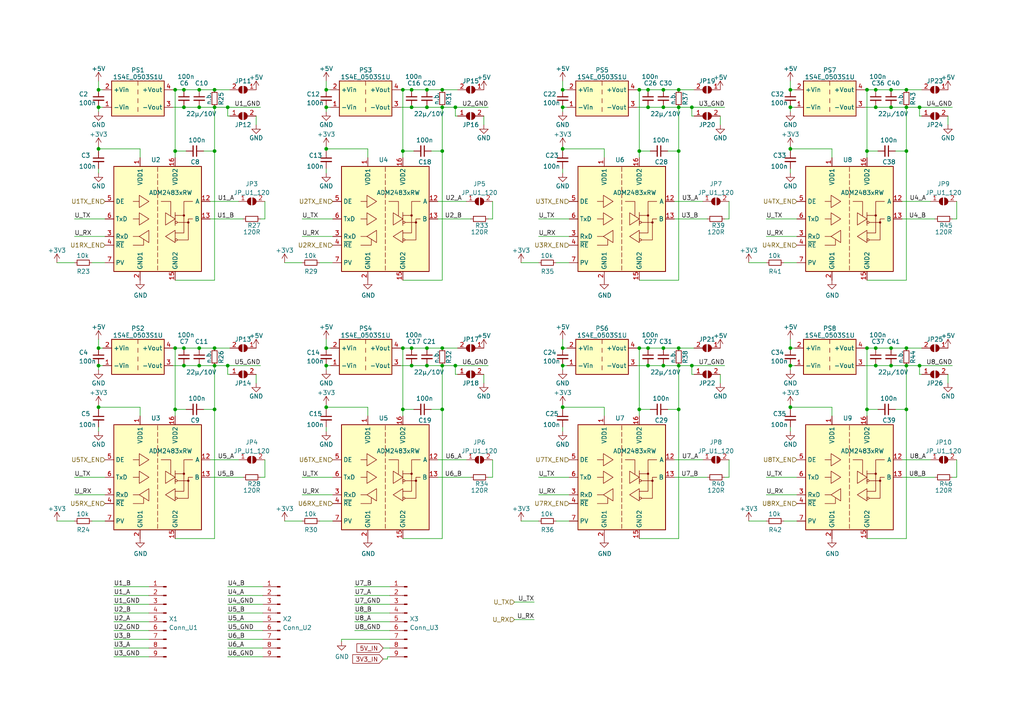
<source format=kicad_sch>
(kicad_sch (version 20211123) (generator eeschema)
  (paper "A4")
  (title_block (title "BSC serial extension") (date "2023-03-28") (rev "1.0"))
  (lib_symbols
    (symbol "Connector:Conn_01x09_Male" (pin_names (offset 1.016) hide)
      (property "Reference" "J" (at 0 12.7 0))
      (property "Value" "Conn_01x09_Male" (at 0 -12.7 0))
      (symbol "Conn_01x09_Male_1_1"
        (pin passive line (at 5.08 10.16 180) (length 3.81) (name "Pin_1") (number "1"))
        (pin passive line (at 5.08 7.62 180) (length 3.81) (name "Pin_2") (number "2"))
        (pin passive line (at 5.08 5.08 180) (length 3.81) (name "Pin_3") (number "3"))
        (pin passive line (at 5.08 2.54 180) (length 3.81) (name "Pin_4") (number "4"))
        (pin passive line (at 5.08 0 180) (length 3.81) (name "Pin_5") (number "5"))
        (pin passive line (at 5.08 -2.54 180) (length 3.81) (name "Pin_6") (number "6"))
        (pin passive line (at 5.08 -5.08 180) (length 3.81) (name "Pin_7") (number "7"))
        (pin passive line (at 5.08 -7.62 180) (length 3.81) (name "Pin_8") (number "8"))
        (pin passive line (at 5.08 -10.16 180) (length 3.81) (name "Pin_9") (number "9"))
      )
    )
    (symbol "Converter_DCDC:MEE1S0303SC"
      (property "Reference" "PS" (at -7.62 6.35 0))
      (property "Value" "MEE1S0303SC" (at 1.27 6.35 0))
      (symbol "MEE1S0303SC_0_0"
        (pin power_in line (at -10.16 -2.54 0) (length 2.54) (name "-Vin") (number "1"))
        (pin power_in line (at -10.16 2.54 0) (length 2.54) (name "+Vin") (number "2"))
        (pin power_out line (at 10.16 -2.54 180) (length 2.54) (name "-Vout") (number "3"))
        (pin power_out line (at 10.16 2.54 180) (length 2.54) (name "+Vout") (number "4"))
      )
    )
    (symbol "Device:C_Small" (pin_numbers hide) (pin_names (offset 0.254) hide)
      (property "Reference" "C" (at 0.254 1.778 0))
      (property "Value" "C_Small" (at 0.254 -2.032 0))
      (symbol "C_Small_1_1"
        (pin passive line (at 0 2.54 270) (length 2.032) (name "~") (number "1"))
        (pin passive line (at 0 -2.54 90) (length 2.032) (name "~") (number "2"))
      )
    )
    (symbol "Device:R_Small" (pin_numbers hide) (pin_names (offset 0.254) hide)
      (property "Reference" "R" (at 0.762 0.508 0))
      (property "Value" "R_Small" (at 0.762 -1.016 0))
      (symbol "R_Small_1_1"
        (pin passive line (at 0 2.54 270) (length 0.762) (name "~") (number "1"))
        (pin passive line (at 0 -2.54 90) (length 0.762) (name "~") (number "2"))
      )
    )
    (symbol "Interface_UART:ADM2483xRW"
      (property "Reference" "U" (at -12.7 16.51 0))
      (property "Value" "ADM2483xRW" (at 6.35 16.51 0))
      (symbol "ADM2483xRW_1_1"
        (pin power_in line (at -5.08 17.78 270) (length 2.54) (name "VDD1") (number "1"))
        (pin no_connect line (at 7.62 -15.24 90) (length 2.54) hide (name "NC") (number "10"))
        (pin no_connect line (at 12.7 -7.62 180) (length 2.54) hide (name "NC") (number "11"))
        (pin bidirectional line (at 15.24 5.08 180) (length 2.54) (name "A") (number "12"))
        (pin bidirectional line (at 15.24 0 180) (length 2.54) (name "B") (number "13"))
        (pin no_connect line (at 12.7 7.62 180) (length 2.54) hide (name "NC") (number "14"))
        (pin power_in line (at 5.08 -17.78 90) (length 2.54) (name "GND2") (number "15"))
        (pin power_in line (at 5.08 17.78 270) (length 2.54) (name "VDD2") (number "16"))
        (pin power_in line (at -5.08 -17.78 90) (length 2.54) (name "GND1") (number "2"))
        (pin output line (at -15.24 -5.08 0) (length 2.54) (name "RxD") (number "3"))
        (pin input line (at -15.24 -7.62 0) (length 2.54) (name "~{RE}") (number "4"))
        (pin input line (at -15.24 5.08 0) (length 2.54) (name "DE") (number "5"))
        (pin input line (at -15.24 0 0) (length 2.54) (name "TxD") (number "6"))
        (pin input line (at -15.24 -12.7 0) (length 2.54) (name "PV") (number "7"))
        (pin passive line (at -5.08 -17.78 90) (length 2.54) hide (name "GND1") (number "8"))
        (pin passive line (at 5.08 -17.78 90) (length 2.54) hide (name "GND2") (number "9"))
      )
    )
    (symbol "Jumper:SolderJumper_2_Open" (pin_names (offset 0) hide)
      (property "Reference" "JP" (at 0 2.032 0))
      (property "Value" "SolderJumper_2_Open" (at 0 -2.54 0))
      (symbol "SolderJumper_2_Open_1_1"
        (pin passive line (at -3.81 0 0) (length 2.54) (name "A") (number "1"))
        (pin passive line (at 3.81 0 180) (length 2.54) (name "B") (number "2"))
      )
    )
    (symbol "power:+3V3" (power) (pin_names (offset 0))
      (property "Value" "+3V3" (at 0 3.556 0))
      (symbol "+3V3_1_1"
        (pin power_in line (at 0 0 90) (length 0) hide (name "+3V3") (number "1"))
      )
    )
    (symbol "power:+5V" (power) (pin_names (offset 0))
      (property "Value" "+5V" (at 0 3.556 0))
      (symbol "+5V_1_1"
        (pin power_in line (at 0 0 90) (length 0) hide (name "+5V") (number "1"))
      )
    )
    (symbol "power:GND" (power) (pin_names (offset 0))
      (property "Value" "GND" (at 0 -3.81 0))
      (symbol "GND_1_1"
        (pin power_in line (at 0 0 270) (length 0) hide (name "GND") (number "1"))
      )
    )
  )
  (junction (at 262.89 106.045))
  (junction (at 57.785 106.045))
  (junction (at 50.8 43.815))
  (junction (at 123.825 26.035))
  (junction (at 62.23 106.045))
  (junction (at 254 31.115))
  (junction (at 116.84 118.745))
  (junction (at 185.42 100.965))
  (junction (at 251.46 100.965))
  (junction (at 128.27 43.815))
  (junction (at 266.7 31.115))
  (junction (at 53.34 100.965))
  (junction (at 62.23 43.815))
  (junction (at 229.235 43.18))
  (junction (at 258.445 31.115))
  (junction (at 28.575 31.115))
  (junction (at 28.575 100.965))
  (junction (at 57.785 26.035))
  (junction (at 128.27 106.045))
  (junction (at 28.575 26.035))
  (junction (at 28.575 118.11))
  (junction (at 94.615 43.18))
  (junction (at 62.23 26.035))
  (junction (at 66.04 106.045))
  (junction (at 123.825 106.045))
  (junction (at 116.84 100.965))
  (junction (at 200.66 31.115))
  (junction (at 132.08 31.115))
  (junction (at 94.615 100.965))
  (junction (at 187.96 100.965))
  (junction (at 196.85 26.035))
  (junction (at 262.89 31.115))
  (junction (at 123.825 100.965))
  (junction (at 50.8 100.965))
  (junction (at 128.27 100.965))
  (junction (at 229.235 31.115))
  (junction (at 94.615 31.115))
  (junction (at 196.85 43.815))
  (junction (at 196.85 106.045))
  (junction (at 62.23 31.115))
  (junction (at 258.445 106.045))
  (junction (at 262.89 118.745))
  (junction (at 196.85 31.115))
  (junction (at 163.195 106.045))
  (junction (at 262.89 100.965))
  (junction (at 119.38 31.115))
  (junction (at 187.96 26.035))
  (junction (at 62.23 100.965))
  (junction (at 185.42 43.815))
  (junction (at 28.575 106.045))
  (junction (at 132.08 106.045))
  (junction (at 53.34 31.115))
  (junction (at 185.42 118.745))
  (junction (at 128.27 118.745))
  (junction (at 254 26.035))
  (junction (at 94.615 26.035))
  (junction (at 251.46 43.815))
  (junction (at 116.84 26.035))
  (junction (at 192.405 106.045))
  (junction (at 192.405 31.115))
  (junction (at 128.27 31.115))
  (junction (at 229.235 100.965))
  (junction (at 123.825 31.115))
  (junction (at 57.785 31.115))
  (junction (at 94.615 106.045))
  (junction (at 258.445 100.965))
  (junction (at 196.85 118.745))
  (junction (at 119.38 106.045))
  (junction (at 192.405 100.965))
  (junction (at 119.38 26.035))
  (junction (at 94.615 118.11))
  (junction (at 163.195 118.11))
  (junction (at 163.195 26.035))
  (junction (at 262.89 43.815))
  (junction (at 187.96 106.045))
  (junction (at 53.34 26.035))
  (junction (at 200.66 106.045))
  (junction (at 62.23 118.745))
  (junction (at 187.96 31.115))
  (junction (at 229.235 106.045))
  (junction (at 163.195 43.18))
  (junction (at 254 106.045))
  (junction (at 50.8 118.745))
  (junction (at 196.85 100.965))
  (junction (at 192.405 26.035))
  (junction (at 163.195 31.115))
  (junction (at 258.445 26.035))
  (junction (at 254 100.965))
  (junction (at 229.235 26.035))
  (junction (at 251.46 26.035))
  (junction (at 28.575 43.18))
  (junction (at 116.84 43.815))
  (junction (at 229.235 118.11))
  (junction (at 262.89 26.035))
  (junction (at 57.785 100.965))
  (junction (at 50.8 26.035))
  (junction (at 53.34 106.045))
  (junction (at 163.195 100.965))
  (junction (at 251.46 118.745))
  (junction (at 119.38 100.965))
  (junction (at 128.27 26.035))
  (junction (at 266.7 106.045))
  (junction (at 185.42 26.035))
  (junction (at 66.04 31.115))
  (wire (pts (xy 50.165 31.115) (xy 53.34 31.115)))
  (wire (pts (xy 254.635 43.815) (xy 251.46 43.815)))
  (wire (pts (xy 254 31.115) (xy 258.445 31.115)))
  (wire (pts (xy 95.885 31.115) (xy 94.615 31.115)))
  (wire (pts (xy 196.85 100.965) (xy 201.295 100.965)))
  (wire (pts (xy 200.66 31.115) (xy 210.185 31.115)))
  (wire (pts (xy 163.195 43.18) (xy 163.195 43.815)))
  (wire (pts (xy 229.235 118.11) (xy 229.235 118.745)))
  (wire (pts (xy 230.505 106.045) (xy 229.235 106.045)))
  (wire (pts (xy 156.21 68.58) (xy 165.1 68.58)))
  (wire (pts (xy 261.62 138.43) (xy 271.145 138.43)))
  (wire (pts (xy 128.27 43.815) (xy 128.27 81.28)))
  (wire (pts (xy 28.575 48.895) (xy 28.575 50.165)))
  (wire (pts (xy 99.06 186.055) (xy 99.06 185.42)))
  (wire (pts (xy 28.575 117.475) (xy 28.575 118.11)))
  (wire (pts (xy 119.38 100.965) (xy 123.825 100.965)))
  (wire (pts (xy 62.23 43.815) (xy 62.23 81.28)))
  (wire (pts (xy 28.575 123.825) (xy 28.575 125.095)))
  (wire (pts (xy 66.04 170.18) (xy 76.2 170.18)))
  (wire (pts (xy 116.205 106.045) (xy 119.38 106.045)))
  (wire (pts (xy 132.08 33.655) (xy 132.08 31.115)))
  (wire (pts (xy 251.46 118.745) (xy 251.46 120.65)))
  (wire (pts (xy 60.96 133.35) (xy 69.215 133.35)))
  (wire (pts (xy 127 138.43) (xy 136.525 138.43)))
  (wire (pts (xy 94.615 43.18) (xy 106.68 43.18)))
  (wire (pts (xy 185.42 26.035) (xy 185.42 43.815)))
  (wire (pts (xy 211.455 138.43) (xy 211.455 133.35)))
  (wire (pts (xy 75.565 138.43) (xy 76.835 138.43)))
  (wire (pts (xy 132.08 106.045) (xy 141.605 106.045)))
  (wire (pts (xy 229.235 31.115) (xy 229.235 32.385)))
  (wire (pts (xy 57.785 31.115) (xy 62.23 31.115)))
  (wire (pts (xy 163.195 43.18) (xy 175.26 43.18)))
  (wire (pts (xy 163.195 31.115) (xy 163.195 32.385)))
  (wire (pts (xy 276.225 63.5) (xy 277.495 63.5)))
  (wire (pts (xy 250.825 26.035) (xy 251.46 26.035)))
  (wire (pts (xy 200.66 108.585) (xy 200.66 106.045)))
  (wire (pts (xy 99.06 185.42) (xy 113.03 185.42)))
  (wire (pts (xy 262.89 106.045) (xy 266.7 106.045)))
  (wire (pts (xy 29.845 106.045) (xy 28.575 106.045)))
  (wire (pts (xy 66.04 31.115) (xy 75.565 31.115)))
  (wire (pts (xy 251.46 100.965) (xy 254 100.965)))
  (wire (pts (xy 141.605 63.5) (xy 142.875 63.5)))
  (wire (pts (xy 196.85 31.115) (xy 196.85 43.815)))
  (wire (pts (xy 33.02 185.42) (xy 43.18 185.42)))
  (wire (pts (xy 128.27 31.115) (xy 128.27 43.815)))
  (wire (pts (xy 254 26.035) (xy 258.445 26.035)))
  (wire (pts (xy 254 100.965) (xy 258.445 100.965)))
  (wire (pts (xy 128.27 100.965) (xy 132.715 100.965)))
  (wire (pts (xy 251.46 156.21) (xy 262.89 156.21)))
  (wire (pts (xy 28.575 100.965) (xy 29.845 100.965)))
  (wire (pts (xy 111.125 191.135) (xy 112.395 191.135)))
  (wire (pts (xy 128.27 106.045) (xy 128.27 118.745)))
  (wire (pts (xy 33.02 177.8) (xy 43.18 177.8)))
  (wire (pts (xy 66.04 182.88) (xy 76.2 182.88)))
  (wire (pts (xy 185.42 81.28) (xy 196.85 81.28)))
  (wire (pts (xy 50.165 106.045) (xy 53.34 106.045)))
  (wire (pts (xy 106.68 43.18) (xy 106.68 45.72)))
  (wire (pts (xy 94.615 23.495) (xy 94.615 26.035)))
  (wire (pts (xy 66.04 180.34) (xy 76.2 180.34)))
  (wire (pts (xy 185.42 43.815) (xy 185.42 45.72)))
  (wire (pts (xy 94.615 123.825) (xy 94.615 125.095)))
  (wire (pts (xy 62.23 106.045) (xy 62.23 118.745)))
  (wire (pts (xy 258.445 31.115) (xy 262.89 31.115)))
  (wire (pts (xy 140.335 108.585) (xy 140.335 111.125)))
  (wire (pts (xy 274.955 108.585) (xy 274.955 111.125)))
  (wire (pts (xy 50.8 156.21) (xy 62.23 156.21)))
  (wire (pts (xy 123.825 26.035) (xy 128.27 26.035)))
  (wire (pts (xy 116.205 26.035) (xy 116.84 26.035)))
  (wire (pts (xy 62.23 31.115) (xy 62.23 43.815)))
  (wire (pts (xy 149.225 179.705) (xy 154.94 179.705)))
  (wire (pts (xy 192.405 100.965) (xy 196.85 100.965)))
  (wire (pts (xy 229.235 106.045) (xy 229.235 107.315)))
  (wire (pts (xy 193.675 43.815) (xy 196.85 43.815)))
  (wire (pts (xy 193.675 118.745) (xy 196.85 118.745)))
  (wire (pts (xy 163.195 118.11) (xy 175.26 118.11)))
  (wire (pts (xy 123.825 106.045) (xy 128.27 106.045)))
  (wire (pts (xy 196.85 106.045) (xy 196.85 118.745)))
  (wire (pts (xy 163.195 42.545) (xy 163.195 43.18)))
  (wire (pts (xy 262.89 118.745) (xy 262.89 156.21)))
  (wire (pts (xy 102.87 177.8) (xy 113.03 177.8)))
  (wire (pts (xy 87.63 143.51) (xy 96.52 143.51)))
  (wire (pts (xy 66.675 108.585) (xy 66.04 108.585)))
  (wire (pts (xy 127 58.42) (xy 135.255 58.42)))
  (wire (pts (xy 87.63 68.58) (xy 96.52 68.58)))
  (wire (pts (xy 262.89 31.115) (xy 262.89 43.815)))
  (wire (pts (xy 62.23 118.745) (xy 62.23 156.21)))
  (wire (pts (xy 266.7 33.655) (xy 266.7 31.115)))
  (wire (pts (xy 261.62 58.42) (xy 269.875 58.42)))
  (wire (pts (xy 62.23 100.965) (xy 66.675 100.965)))
  (wire (pts (xy 33.02 182.88) (xy 43.18 182.88)))
  (wire (pts (xy 94.615 117.475) (xy 94.615 118.11)))
  (wire (pts (xy 106.68 118.11) (xy 106.68 120.65)))
  (wire (pts (xy 229.235 26.035) (xy 230.505 26.035)))
  (wire (pts (xy 229.235 100.965) (xy 230.505 100.965)))
  (wire (pts (xy 142.875 138.43) (xy 142.875 133.35)))
  (wire (pts (xy 175.26 118.11) (xy 175.26 120.65)))
  (wire (pts (xy 28.575 42.545) (xy 28.575 43.18)))
  (wire (pts (xy 59.055 118.745) (xy 62.23 118.745)))
  (wire (pts (xy 66.04 187.96) (xy 76.2 187.96)))
  (wire (pts (xy 62.23 26.035) (xy 66.675 26.035)))
  (wire (pts (xy 251.46 43.815) (xy 251.46 45.72)))
  (wire (pts (xy 229.235 123.825) (xy 229.235 125.095)))
  (wire (pts (xy 192.405 106.045) (xy 196.85 106.045)))
  (wire (pts (xy 94.615 48.895) (xy 94.615 50.165)))
  (wire (pts (xy 258.445 100.965) (xy 262.89 100.965)))
  (wire (pts (xy 261.62 63.5) (xy 271.145 63.5)))
  (wire (pts (xy 21.59 68.58) (xy 30.48 68.58)))
  (wire (pts (xy 196.85 26.035) (xy 201.295 26.035)))
  (wire (pts (xy 140.335 33.655) (xy 140.335 36.195)))
  (wire (pts (xy 195.58 63.5) (xy 205.105 63.5)))
  (wire (pts (xy 33.02 175.26) (xy 43.18 175.26)))
  (wire (pts (xy 196.85 106.045) (xy 200.66 106.045)))
  (wire (pts (xy 163.195 26.035) (xy 164.465 26.035)))
  (wire (pts (xy 267.335 33.655) (xy 266.7 33.655)))
  (wire (pts (xy 66.04 190.5) (xy 76.2 190.5)))
  (wire (pts (xy 217.17 151.13) (xy 222.25 151.13)))
  (wire (pts (xy 262.89 26.035) (xy 267.335 26.035)))
  (wire (pts (xy 200.66 106.045) (xy 210.185 106.045)))
  (wire (pts (xy 151.13 76.2) (xy 156.21 76.2)))
  (wire (pts (xy 82.55 151.13) (xy 87.63 151.13)))
  (wire (pts (xy 132.715 108.585) (xy 132.08 108.585)))
  (wire (pts (xy 184.785 106.045) (xy 187.96 106.045)))
  (wire (pts (xy 119.38 26.035) (xy 123.825 26.035)))
  (wire (pts (xy 266.7 31.115) (xy 276.225 31.115)))
  (wire (pts (xy 217.17 76.2) (xy 222.25 76.2)))
  (wire (pts (xy 164.465 106.045) (xy 163.195 106.045)))
  (wire (pts (xy 250.825 31.115) (xy 254 31.115)))
  (wire (pts (xy 254 106.045) (xy 258.445 106.045)))
  (wire (pts (xy 50.8 26.035) (xy 53.34 26.035)))
  (wire (pts (xy 127 133.35) (xy 135.255 133.35)))
  (wire (pts (xy 222.25 138.43) (xy 231.14 138.43)))
  (wire (pts (xy 250.825 106.045) (xy 254 106.045)))
  (wire (pts (xy 230.505 31.115) (xy 229.235 31.115)))
  (wire (pts (xy 53.34 26.035) (xy 57.785 26.035)))
  (wire (pts (xy 28.575 43.18) (xy 40.64 43.18)))
  (wire (pts (xy 76.835 138.43) (xy 76.835 133.35)))
  (wire (pts (xy 116.84 81.28) (xy 128.27 81.28)))
  (wire (pts (xy 116.84 26.035) (xy 116.84 43.815)))
  (wire (pts (xy 94.615 26.035) (xy 95.885 26.035)))
  (wire (pts (xy 128.27 26.035) (xy 132.715 26.035)))
  (wire (pts (xy 163.195 117.475) (xy 163.195 118.11)))
  (wire (pts (xy 66.04 185.42) (xy 76.2 185.42)))
  (wire (pts (xy 74.295 33.655) (xy 74.295 36.195)))
  (wire (pts (xy 132.08 31.115) (xy 141.605 31.115)))
  (wire (pts (xy 229.235 42.545) (xy 229.235 43.18)))
  (wire (pts (xy 192.405 26.035) (xy 196.85 26.035)))
  (wire (pts (xy 116.84 26.035) (xy 119.38 26.035)))
  (wire (pts (xy 222.25 143.51) (xy 231.14 143.51)))
  (wire (pts (xy 142.875 63.5) (xy 142.875 58.42)))
  (wire (pts (xy 95.885 106.045) (xy 94.615 106.045)))
  (wire (pts (xy 26.67 151.13) (xy 30.48 151.13)))
  (wire (pts (xy 262.89 106.045) (xy 262.89 118.745)))
  (wire (pts (xy 184.785 31.115) (xy 187.96 31.115)))
  (wire (pts (xy 92.71 151.13) (xy 96.52 151.13)))
  (wire (pts (xy 102.87 172.72) (xy 113.03 172.72)))
  (wire (pts (xy 267.335 108.585) (xy 266.7 108.585)))
  (wire (pts (xy 33.02 187.96) (xy 43.18 187.96)))
  (wire (pts (xy 82.55 76.2) (xy 87.63 76.2)))
  (wire (pts (xy 163.195 123.825) (xy 163.195 125.095)))
  (wire (pts (xy 188.595 43.815) (xy 185.42 43.815)))
  (wire (pts (xy 277.495 63.5) (xy 277.495 58.42)))
  (wire (pts (xy 87.63 63.5) (xy 96.52 63.5)))
  (wire (pts (xy 266.7 106.045) (xy 276.225 106.045)))
  (wire (pts (xy 57.785 100.965) (xy 62.23 100.965)))
  (wire (pts (xy 251.46 81.28) (xy 262.89 81.28)))
  (wire (pts (xy 59.055 43.815) (xy 62.23 43.815)))
  (wire (pts (xy 164.465 31.115) (xy 163.195 31.115)))
  (wire (pts (xy 40.64 118.11) (xy 40.64 120.65)))
  (wire (pts (xy 50.8 26.035) (xy 50.8 43.815)))
  (wire (pts (xy 50.165 26.035) (xy 50.8 26.035)))
  (wire (pts (xy 28.575 98.425) (xy 28.575 100.965)))
  (wire (pts (xy 262.89 31.115) (xy 266.7 31.115)))
  (wire (pts (xy 208.915 33.655) (xy 208.915 36.195)))
  (wire (pts (xy 62.23 31.115) (xy 66.04 31.115)))
  (wire (pts (xy 40.64 43.18) (xy 40.64 45.72)))
  (wire (pts (xy 185.42 118.745) (xy 185.42 120.65)))
  (wire (pts (xy 195.58 58.42) (xy 203.835 58.42)))
  (wire (pts (xy 251.46 26.035) (xy 254 26.035)))
  (wire (pts (xy 184.785 100.965) (xy 185.42 100.965)))
  (wire (pts (xy 127 63.5) (xy 136.525 63.5)))
  (wire (pts (xy 151.13 151.13) (xy 156.21 151.13)))
  (wire (pts (xy 128.27 118.745) (xy 128.27 156.21)))
  (wire (pts (xy 163.195 48.895) (xy 163.195 50.165)))
  (wire (pts (xy 250.825 100.965) (xy 251.46 100.965)))
  (wire (pts (xy 94.615 106.045) (xy 94.615 107.315)))
  (wire (pts (xy 227.33 151.13) (xy 231.14 151.13)))
  (wire (pts (xy 187.96 26.035) (xy 192.405 26.035)))
  (wire (pts (xy 116.84 100.965) (xy 119.38 100.965)))
  (wire (pts (xy 210.185 63.5) (xy 211.455 63.5)))
  (wire (pts (xy 163.195 118.11) (xy 163.195 118.745)))
  (wire (pts (xy 94.615 118.11) (xy 106.68 118.11)))
  (wire (pts (xy 74.295 108.585) (xy 74.295 111.125)))
  (wire (pts (xy 261.62 133.35) (xy 269.875 133.35)))
  (wire (pts (xy 94.615 31.115) (xy 94.615 32.385)))
  (wire (pts (xy 116.84 118.745) (xy 116.84 120.65)))
  (wire (pts (xy 16.51 151.13) (xy 21.59 151.13)))
  (wire (pts (xy 259.715 43.815) (xy 262.89 43.815)))
  (wire (pts (xy 196.85 31.115) (xy 200.66 31.115)))
  (wire (pts (xy 222.25 63.5) (xy 231.14 63.5)))
  (wire (pts (xy 229.235 23.495) (xy 229.235 26.035)))
  (wire (pts (xy 125.095 118.745) (xy 128.27 118.745)))
  (wire (pts (xy 229.235 98.425) (xy 229.235 100.965)))
  (wire (pts (xy 119.38 31.115) (xy 123.825 31.115)))
  (wire (pts (xy 28.575 118.11) (xy 40.64 118.11)))
  (wire (pts (xy 116.205 31.115) (xy 119.38 31.115)))
  (wire (pts (xy 66.675 33.655) (xy 66.04 33.655)))
  (wire (pts (xy 53.975 43.815) (xy 50.8 43.815)))
  (wire (pts (xy 116.205 100.965) (xy 116.84 100.965)))
  (wire (pts (xy 163.195 23.495) (xy 163.195 26.035)))
  (wire (pts (xy 200.66 33.655) (xy 200.66 31.115)))
  (wire (pts (xy 94.615 43.18) (xy 94.615 43.815)))
  (wire (pts (xy 92.71 76.2) (xy 96.52 76.2)))
  (wire (pts (xy 119.38 106.045) (xy 123.825 106.045)))
  (wire (pts (xy 175.26 43.18) (xy 175.26 45.72)))
  (wire (pts (xy 141.605 138.43) (xy 142.875 138.43)))
  (wire (pts (xy 201.295 108.585) (xy 200.66 108.585)))
  (wire (pts (xy 33.02 170.18) (xy 43.18 170.18)))
  (wire (pts (xy 60.96 58.42) (xy 69.215 58.42)))
  (wire (pts (xy 111.125 187.96) (xy 113.03 187.96)))
  (wire (pts (xy 53.975 118.745) (xy 50.8 118.745)))
  (wire (pts (xy 29.845 31.115) (xy 28.575 31.115)))
  (wire (pts (xy 210.185 138.43) (xy 211.455 138.43)))
  (wire (pts (xy 266.7 108.585) (xy 266.7 106.045)))
  (wire (pts (xy 76.835 63.5) (xy 76.835 58.42)))
  (wire (pts (xy 222.25 68.58) (xy 231.14 68.58)))
  (wire (pts (xy 94.615 98.425) (xy 94.615 100.965)))
  (wire (pts (xy 229.235 118.11) (xy 241.3 118.11)))
  (wire (pts (xy 196.85 118.745) (xy 196.85 156.21)))
  (wire (pts (xy 33.02 190.5) (xy 43.18 190.5)))
  (wire (pts (xy 156.21 143.51) (xy 165.1 143.51)))
  (wire (pts (xy 156.21 138.43) (xy 165.1 138.43)))
  (wire (pts (xy 60.96 138.43) (xy 70.485 138.43)))
  (wire (pts (xy 277.495 138.43) (xy 277.495 133.35)))
  (wire (pts (xy 75.565 63.5) (xy 76.835 63.5)))
  (wire (pts (xy 57.785 106.045) (xy 62.23 106.045)))
  (wire (pts (xy 28.575 23.495) (xy 28.575 26.035)))
  (wire (pts (xy 120.015 118.745) (xy 116.84 118.745)))
  (wire (pts (xy 262.89 43.815) (xy 262.89 81.28)))
  (wire (pts (xy 187.96 100.965) (xy 192.405 100.965)))
  (wire (pts (xy 163.195 98.425) (xy 163.195 100.965)))
  (wire (pts (xy 262.89 100.965) (xy 267.335 100.965)))
  (wire (pts (xy 123.825 31.115) (xy 128.27 31.115)))
  (wire (pts (xy 102.87 180.34) (xy 113.03 180.34)))
  (wire (pts (xy 21.59 63.5) (xy 30.48 63.5)))
  (wire (pts (xy 161.29 76.2) (xy 165.1 76.2)))
  (wire (pts (xy 251.46 100.965) (xy 251.46 118.745)))
  (wire (pts (xy 112.395 190.5) (xy 113.03 190.5)))
  (wire (pts (xy 128.27 106.045) (xy 132.08 106.045)))
  (wire (pts (xy 258.445 26.035) (xy 262.89 26.035)))
  (wire (pts (xy 251.46 26.035) (xy 251.46 43.815)))
  (wire (pts (xy 50.8 100.965) (xy 50.8 118.745)))
  (wire (pts (xy 195.58 138.43) (xy 205.105 138.43)))
  (wire (pts (xy 258.445 106.045) (xy 262.89 106.045)))
  (wire (pts (xy 116.84 100.965) (xy 116.84 118.745)))
  (wire (pts (xy 259.715 118.745) (xy 262.89 118.745)))
  (wire (pts (xy 241.3 118.11) (xy 241.3 120.65)))
  (wire (pts (xy 128.27 31.115) (xy 132.08 31.115)))
  (wire (pts (xy 94.615 100.965) (xy 95.885 100.965)))
  (wire (pts (xy 185.42 100.965) (xy 187.96 100.965)))
  (wire (pts (xy 227.33 76.2) (xy 231.14 76.2)))
  (wire (pts (xy 21.59 143.51) (xy 30.48 143.51)))
  (wire (pts (xy 50.8 118.745) (xy 50.8 120.65)))
  (wire (pts (xy 28.575 106.045) (xy 28.575 107.315)))
  (wire (pts (xy 112.395 191.135) (xy 112.395 190.5)))
  (wire (pts (xy 28.575 43.18) (xy 28.575 43.815)))
  (wire (pts (xy 33.02 180.34) (xy 43.18 180.34)))
  (wire (pts (xy 123.825 100.965) (xy 128.27 100.965)))
  (wire (pts (xy 195.58 133.35) (xy 203.835 133.35)))
  (wire (pts (xy 50.8 81.28) (xy 62.23 81.28)))
  (wire (pts (xy 50.8 43.815) (xy 50.8 45.72)))
  (wire (pts (xy 53.34 106.045) (xy 57.785 106.045)))
  (wire (pts (xy 94.615 118.11) (xy 94.615 118.745)))
  (wire (pts (xy 276.225 138.43) (xy 277.495 138.43)))
  (wire (pts (xy 185.42 26.035) (xy 187.96 26.035)))
  (wire (pts (xy 132.715 33.655) (xy 132.08 33.655)))
  (wire (pts (xy 116.84 156.21) (xy 128.27 156.21)))
  (wire (pts (xy 229.235 43.18) (xy 229.235 43.815)))
  (wire (pts (xy 66.04 108.585) (xy 66.04 106.045)))
  (wire (pts (xy 102.87 175.26) (xy 113.03 175.26)))
  (wire (pts (xy 28.575 118.11) (xy 28.575 118.745)))
  (wire (pts (xy 120.015 43.815) (xy 116.84 43.815)))
  (wire (pts (xy 66.04 33.655) (xy 66.04 31.115)))
  (wire (pts (xy 254.635 118.745) (xy 251.46 118.745)))
  (wire (pts (xy 102.87 170.18) (xy 113.03 170.18)))
  (wire (pts (xy 241.3 43.18) (xy 241.3 45.72)))
  (wire (pts (xy 161.29 151.13) (xy 165.1 151.13)))
  (wire (pts (xy 229.235 43.18) (xy 241.3 43.18)))
  (wire (pts (xy 62.23 106.045) (xy 66.04 106.045)))
  (wire (pts (xy 66.04 177.8) (xy 76.2 177.8)))
  (wire (pts (xy 185.42 156.21) (xy 196.85 156.21)))
  (wire (pts (xy 53.34 31.115) (xy 57.785 31.115)))
  (wire (pts (xy 208.915 108.585) (xy 208.915 111.125)))
  (wire (pts (xy 94.615 42.545) (xy 94.615 43.18)))
  (wire (pts (xy 229.235 117.475) (xy 229.235 118.11)))
  (wire (pts (xy 229.235 48.895) (xy 229.235 50.165)))
  (wire (pts (xy 66.04 175.26) (xy 76.2 175.26)))
  (wire (pts (xy 21.59 138.43) (xy 30.48 138.43)))
  (wire (pts (xy 192.405 31.115) (xy 196.85 31.115)))
  (wire (pts (xy 188.595 118.745) (xy 185.42 118.745)))
  (wire (pts (xy 185.42 100.965) (xy 185.42 118.745)))
  (wire (pts (xy 125.095 43.815) (xy 128.27 43.815)))
  (wire (pts (xy 50.165 100.965) (xy 50.8 100.965)))
  (wire (pts (xy 132.08 108.585) (xy 132.08 106.045)))
  (wire (pts (xy 102.87 182.88) (xy 113.03 182.88)))
  (wire (pts (xy 149.225 174.625) (xy 154.94 174.625)))
  (wire (pts (xy 26.67 76.2) (xy 30.48 76.2)))
  (wire (pts (xy 163.195 100.965) (xy 164.465 100.965)))
  (wire (pts (xy 66.04 106.045) (xy 75.565 106.045)))
  (wire (pts (xy 187.96 106.045) (xy 192.405 106.045)))
  (wire (pts (xy 116.84 43.815) (xy 116.84 45.72)))
  (wire (pts (xy 156.21 63.5) (xy 165.1 63.5)))
  (wire (pts (xy 163.195 106.045) (xy 163.195 107.315)))
  (wire (pts (xy 28.575 31.115) (xy 28.575 32.385)))
  (wire (pts (xy 50.8 100.965) (xy 53.34 100.965)))
  (wire (pts (xy 57.785 26.035) (xy 62.23 26.035)))
  (wire (pts (xy 196.85 43.815) (xy 196.85 81.28)))
  (wire (pts (xy 187.96 31.115) (xy 192.405 31.115)))
  (wire (pts (xy 211.455 63.5) (xy 211.455 58.42)))
  (wire (pts (xy 66.04 172.72) (xy 76.2 172.72)))
  (wire (pts (xy 33.02 172.72) (xy 43.18 172.72)))
  (wire (pts (xy 60.96 63.5) (xy 70.485 63.5)))
  (wire (pts (xy 28.575 26.035) (xy 29.845 26.035)))
  (wire (pts (xy 16.51 76.2) (xy 21.59 76.2)))
  (wire (pts (xy 184.785 26.035) (xy 185.42 26.035)))
  (wire (pts (xy 87.63 138.43) (xy 96.52 138.43)))
  (wire (pts (xy 201.295 33.655) (xy 200.66 33.655)))
  (wire (pts (xy 274.955 33.655) (xy 274.955 36.195)))
  (wire (pts (xy 53.34 100.965) (xy 57.785 100.965)))
  (label "U_RX" (at 156.21 143.51 0))
  (label "U_RX" (at 21.59 68.58 0))
  (label "U7_GND" (at 210.185 106.045 180))
  (label "U5_A" (at 66.04 180.34 0))
  (label "U8_B" (at 268.605 138.43 180))
  (label "U4_GND" (at 66.04 175.26 0))
  (label "U7_B" (at 102.87 170.18 0))
  (label "U1_B" (at 33.02 170.18 0))
  (label "U7_A" (at 102.87 172.72 0))
  (label "U_RX" (at 87.63 143.51 0))
  (label "U4_B" (at 268.605 63.5 180))
  (label "U2_GND" (at 141.605 31.115 180))
  (label "U1_B" (at 67.945 63.5 180))
  (label "U6_A" (at 133.985 133.35 180))
  (label "U_TX" (at 156.21 63.5 0))
  (label "U6_B" (at 133.985 138.43 180))
  (label "U3_GND" (at 210.185 31.115 180))
  (label "U_RX" (at 222.25 68.58 0))
  (label "U5_A" (at 67.945 133.35 180))
  (label "U2_A" (at 33.02 180.34 0))
  (label "U8_A" (at 102.87 180.34 0))
  (label "U7_B" (at 202.565 138.43 180))
  (label "U6_A" (at 66.04 187.96 0))
  (label "U7_GND" (at 102.87 175.26 0))
  (label "U5_GND" (at 66.04 182.88 0))
  (label "U_RX" (at 154.94 179.705 180))
  (label "U8_GND" (at 276.225 106.045 180))
  (label "U1_GND" (at 33.02 175.26 0))
  (label "U4_A" (at 268.605 58.42 180))
  (label "U8_A" (at 268.605 133.35 180))
  (label "U4_B" (at 66.04 170.18 0))
  (label "U_RX" (at 21.59 143.51 0))
  (label "U5_GND" (at 75.565 106.045 180))
  (label "U3_B" (at 33.02 185.42 0))
  (label "U2_B" (at 133.985 63.5 180))
  (label "U6_GND" (at 66.04 190.5 0))
  (label "U8_GND" (at 102.87 182.88 0))
  (label "U6_GND" (at 141.605 106.045 180))
  (label "U3_B" (at 202.565 63.5 180))
  (label "U_TX" (at 222.25 63.5 0))
  (label "U5_B" (at 66.04 177.8 0))
  (label "U1_A" (at 67.945 58.42 180))
  (label "U_RX" (at 87.63 68.58 0))
  (label "U7_A" (at 202.565 133.35 180))
  (label "U_TX" (at 222.25 138.43 0))
  (label "U4_GND" (at 276.225 31.115 180))
  (label "U1_A" (at 33.02 172.72 0))
  (label "U3_A" (at 202.565 58.42 180))
  (label "U_TX" (at 87.63 63.5 0))
  (label "U_TX" (at 154.94 174.625 180))
  (label "U_TX" (at 156.21 138.43 0))
  (label "U6_B" (at 66.04 185.42 0))
  (label "U_TX" (at 87.63 138.43 0))
  (label "U3_A" (at 33.02 187.96 0))
  (label "U_RX" (at 156.21 68.58 0))
  (label "U1_GND" (at 75.565 31.115 180))
  (label "U4_A" (at 66.04 172.72 0))
  (label "U2_B" (at 33.02 177.8 0))
  (label "U3_GND" (at 33.02 190.5 0))
  (label "U_TX" (at 21.59 63.5 0))
  (label "U_RX" (at 222.25 143.51 0))
  (label "U8_B" (at 102.87 177.8 0))
  (label "U2_GND" (at 33.02 182.88 0))
  (label "U2_A" (at 133.985 58.42 180))
  (label "U_TX" (at 21.59 138.43 0))
  (label "U5_B" (at 67.945 138.43 180))
  (global_label "3V3_IN" (shape input) (at 111.125 191.135 180) (property "Intersheet References" "${INTERSHEET_REFS}" (effects hide)))
  (global_label "5V_IN" (shape input) (at 111.125 187.96 180) (property "Intersheet References" "${INTERSHEET_REFS}" (effects hide)))
  (hierarchical_label "U8RX_EN" (shape input) (at 231.14 146.05 180))
  (hierarchical_label "U2RX_EN" (shape input) (at 96.52 71.12 180))
  (hierarchical_label "U7TX_EN" (shape input) (at 165.1 133.35 180))
  (hierarchical_label "U5TX_EN" (shape input) (at 30.48 133.35 180))
  (hierarchical_label "U_RX" (shape input) (at 149.225 179.705 180))
  (hierarchical_label "U1RX_EN" (shape input) (at 30.48 71.12 180))
  (hierarchical_label "U7RX_EN" (shape input) (at 165.1 146.05 180))
  (hierarchical_label "U5RX_EN" (shape input) (at 30.48 146.05 180))
  (hierarchical_label "U8TX_EN" (shape input) (at 231.14 133.35 180))
  (hierarchical_label "U6RX_EN" (shape input) (at 96.52 146.05 180))
  (hierarchical_label "U_TX" (shape input) (at 149.225 174.625 180))
  (hierarchical_label "U2TX_EN" (shape input) (at 96.52 58.42 180))
  (hierarchical_label "U4TX_EN" (shape input) (at 231.14 58.42 180))
  (hierarchical_label "U1TX_EN" (shape input) (at 30.48 58.42 180))
  (hierarchical_label "U3TX_EN" (shape input) (at 165.1 58.42 180))
  (hierarchical_label "U4RX_EN" (shape input) (at 231.14 71.12 180))
  (hierarchical_label "U3RX_EN" (shape input) (at 165.1 71.12 180))
  (hierarchical_label "U6TX_EN" (shape input) (at 96.52 133.35 180))
  (symbol (lib_id "Jumper:SolderJumper_2_Open") (at 271.145 33.655 0) (unit 1)
    (property "Reference" "JP24" (at 271.145 36.195 0))
    (property "Value" " " (effects hide))
    (property "Footprint" "Jumper:SolderJumper-2_P1.3mm_Open_RoundedPad1.0x1.5mm" (effects hide))
  )
  (symbol (lib_id "power:+3V3") (at 28.575 42.545 0) (unit 1)
    (property "Reference" "#PWR0117" (effects hide))
    (property "Value" "+3V3" (at 28.575 38.9692 0))
  )
  (symbol (lib_id "Converter_DCDC:MEE1S0303SC") (at 174.625 28.575 0) (unit 1)
    (property "Reference" "PS5" (at 174.625 20.32 0))
    (property "Value" "1S4E_0503S1U" (at 174.625 22.3321 0))
    (property "Footprint" "bsc_custom:Converter_DCDC_GAPTEC_1S4E_S1U" (effects hide))
    (property "Datasheet" "https://power.murata.com/pub/data/power/ncl/kdc_mee1.pdf" (effects hide))
  )
  (symbol (lib_id "Device:C_Small") (at 94.615 121.285 0) (unit 1)
    (property "Reference" "C15" (at 89.535 120.015 0) (effects (justify left)))
    (property "Value" "100n" (at 88.9 123.19 0) (effects (justify left)))
    (property "Footprint" "Capacitor_SMD:C_0603_1608Metric" (effects hide))
  )
  (symbol (lib_id "Interface_UART:ADM2483xRW") (at 180.34 63.5 0) (unit 1)
    (property "Reference" "U6" (at 178.435 46.355 0) (effects (justify left)))
    (property "Value" "ADM2483xRW" (at 177.8 55.88 0) (effects (justify left)))
    (property "Footprint" "Package_SO:SOIC-16W_7.5x10.3mm_P1.27mm" (effects hide))
    (property "Datasheet" "https://www.analog.com/media/en/technical-documentation/data-sheets/adm2483.pdf" (effects hide))
    (property "PartNumber" "ADM2483BRWZ-REEL" (effects hide))
    (property "LCSCStockCode" "C9637" (effects hide))
  )
  (symbol (lib_id "Device:R_Small") (at 139.065 138.43 270) (unit 1)
    (property "Reference" "R34" (at 137.795 140.335 90) (effects (justify left)))
    (property "Value" "120R" (at 136.525 142.24 90) (effects (justify left)))
    (property "Footprint" "Resistor_SMD:R_0603_1608Metric" (effects hide))
  )
  (symbol (lib_id "Device:R_Small") (at 128.27 28.575 180) (unit 1)
    (property "Reference" "R31" (at 130.175 26.67 90) (effects (justify left)))
    (property "Value" "n.b." (at 126.5863 26.7706 90) (effects (justify left)))
    (property "Footprint" "Resistor_SMD:R_0603_1608Metric" (effects hide))
  )
  (symbol (lib_id "Interface_UART:ADM2483xRW") (at 45.72 138.43 0) (unit 1)
    (property "Reference" "U3" (at 43.815 121.285 0) (effects (justify left)))
    (property "Value" "ADM2483xRW" (at 43.18 130.81 0) (effects (justify left)))
    (property "Footprint" "Package_SO:SOIC-16W_7.5x10.3mm_P1.27mm" (effects hide))
    (property "Datasheet" "https://www.analog.com/media/en/technical-documentation/data-sheets/adm2483.pdf" (effects hide))
    (property "PartNumber" "ADM2483BRWZ-REEL" (effects hide))
    (property "LCSCStockCode" "C9637" (effects hide))
  )
  (symbol (lib_id "Jumper:SolderJumper_2_Open") (at 273.685 58.42 0) (unit 1)
    (property "Reference" "JP9" (at 273.685 53.34 0))
    (property "Value" "JP_U1_120" (at 273.685 55.88 0))
    (property "Footprint" "Jumper:SolderJumper-2_P1.3mm_Open_Pad1.0x1.5mm" (effects hide))
  )
  (symbol (lib_id "power:GND") (at 40.64 81.28 0) (unit 1)
    (property "Reference" "#PWR039" (effects hide))
    (property "Value" "GND" (at 40.767 85.6742 0))
  )
  (symbol (lib_id "power:+3V3") (at 82.55 76.2 0) (unit 1)
    (property "Reference" "#PWR0107" (effects hide))
    (property "Value" "+3V3" (at 82.55 72.6242 0))
  )
  (symbol (lib_id "Device:C_Small") (at 163.195 46.355 0) (unit 1)
    (property "Reference" "C23" (at 158.115 45.085 0) (effects (justify left)))
    (property "Value" "100n" (at 157.48 48.26 0) (effects (justify left)))
    (property "Footprint" "Capacitor_SMD:C_0603_1608Metric" (effects hide))
  )
  (symbol (lib_id "power:GND") (at 229.235 125.095 0) (unit 1)
    (property "Reference" "#PWR077" (effects hide))
    (property "Value" "GND" (at 229.235 128.905 0))
  )
  (symbol (lib_id "Converter_DCDC:MEE1S0303SC") (at 106.045 28.575 0) (unit 1)
    (property "Reference" "PS3" (at 106.045 20.32 0))
    (property "Value" "1S4E_0503S1U" (at 106.045 22.3321 0))
    (property "Footprint" "bsc_custom:Converter_DCDC_GAPTEC_1S4E_S1U" (effects hide))
    (property "Datasheet" "https://power.murata.com/pub/data/power/ncl/kdc_mee1.pdf" (effects hide))
  )
  (symbol (lib_id "power:GND") (at 140.335 36.195 0) (unit 1)
    (property "Reference" "#PWR0130" (effects hide))
    (property "Value" "GND" (at 140.335 40.005 0))
  )
  (symbol (lib_id "Device:C_Small") (at 187.96 103.505 0) (unit 1)
    (property "Reference" "C27" (at 186.69 99.06 0) (effects (justify left)))
    (property "Value" "100n" (at 186.055 97.155 0) (effects (justify left)))
    (property "Footprint" "Capacitor_SMD:C_0603_1608Metric" (effects hide))
  )
  (symbol (lib_id "Jumper:SolderJumper_2_Open") (at 70.485 100.965 180) (unit 1)
    (property "Reference" "JP13" (at 70.485 98.425 0))
    (property "Value" " " (effects hide))
    (property "Footprint" "Jumper:SolderJumper-2_P1.3mm_Open_RoundedPad1.0x1.5mm" (effects hide))
  )
  (symbol (lib_id "Device:R_Small") (at 273.685 63.5 270) (unit 1)
    (property "Reference" "R45" (at 272.415 65.405 90) (effects (justify left)))
    (property "Value" "120R" (at 271.145 67.31 90) (effects (justify left)))
    (property "Footprint" "Resistor_SMD:R_0603_1608Metric" (effects hide))
  )
  (symbol (lib_id "Device:C_Small") (at 122.555 118.745 270) (unit 1)
    (property "Reference" "C19" (at 121.285 121.92 90) (effects (justify left)))
    (property "Value" "100n" (at 120.65 115.57 90) (effects (justify left)))
    (property "Footprint" "Capacitor_SMD:C_0603_1608Metric" (effects hide))
  )
  (symbol (lib_id "power:GND") (at 229.235 32.385 0) (unit 1)
    (property "Reference" "#PWR071" (effects hide))
    (property "Value" "GND" (at 229.235 36.195 0))
  )
  (symbol (lib_id "power:GND") (at 106.68 156.21 0) (unit 1)
    (property "Reference" "#PWR053" (effects hide))
    (property "Value" "GND" (at 106.807 160.6042 0))
  )
  (symbol (lib_id "Jumper:SolderJumper_2_Open") (at 205.105 108.585 0) (unit 1)
    (property "Reference" "JP22" (at 205.105 111.125 0))
    (property "Value" " " (effects hide))
    (property "Footprint" "Jumper:SolderJumper-2_P1.3mm_Open_RoundedPad1.0x1.5mm" (effects hide))
  )
  (symbol (lib_id "power:+3V3") (at 28.575 117.475 0) (unit 1)
    (property "Reference" "#PWR0111" (effects hide))
    (property "Value" "+3V3" (at 28.575 113.8992 0))
  )
  (symbol (lib_id "Device:C_Small") (at 187.96 28.575 0) (unit 1)
    (property "Reference" "C26" (at 186.69 24.13 0) (effects (justify left)))
    (property "Value" "100n" (at 186.055 22.225 0) (effects (justify left)))
    (property "Footprint" "Capacitor_SMD:C_0603_1608Metric" (effects hide))
  )
  (symbol (lib_id "Device:R_Small") (at 224.79 151.13 270) (unit 1)
    (property "Reference" "R42" (at 222.885 153.67 90) (effects (justify left)))
    (property "Value" "10k" (at 222.8123 149.0801 90) (effects (justify left)))
    (property "Footprint" "Resistor_SMD:R_0603_1608Metric" (effects hide))
  )
  (symbol (lib_id "Jumper:SolderJumper_2_Open") (at 139.065 133.35 0) (unit 1)
    (property "Reference" "JP6" (at 139.065 128.27 0))
    (property "Value" "JP_U1_120" (at 139.065 130.81 0))
    (property "Footprint" "Jumper:SolderJumper-2_P1.3mm_Open_Pad1.0x1.5mm" (effects hide))
  )
  (symbol (lib_id "Device:R_Small") (at 158.75 151.13 270) (unit 1)
    (property "Reference" "R36" (at 156.845 153.67 90) (effects (justify left)))
    (property "Value" "10k" (at 156.7723 149.0801 90) (effects (justify left)))
    (property "Footprint" "Resistor_SMD:R_0603_1608Metric" (effects hide))
  )
  (symbol (lib_id "Device:C_Small") (at 94.615 46.355 0) (unit 1)
    (property "Reference" "C13" (at 89.535 45.085 0) (effects (justify left)))
    (property "Value" "100n" (at 88.9 48.26 0) (effects (justify left)))
    (property "Footprint" "Capacitor_SMD:C_0603_1608Metric" (effects hide))
  )
  (symbol (lib_id "Jumper:SolderJumper_2_Open") (at 139.065 58.42 0) (unit 1)
    (property "Reference" "JP5" (at 139.065 53.34 0))
    (property "Value" "JP_U1_120" (at 139.065 55.88 0))
    (property "Footprint" "Jumper:SolderJumper-2_P1.3mm_Open_Pad1.0x1.5mm" (effects hide))
  )
  (symbol (lib_id "Jumper:SolderJumper_2_Open") (at 136.525 108.585 0) (unit 1)
    (property "Reference" "JP18" (at 136.525 111.125 0))
    (property "Value" " " (effects hide))
    (property "Footprint" "Jumper:SolderJumper-2_P1.3mm_Open_RoundedPad1.0x1.5mm" (effects hide))
  )
  (symbol (lib_id "power:+3V3") (at 151.13 76.2 0) (unit 1)
    (property "Reference" "#PWR0108" (effects hide))
    (property "Value" "+3V3" (at 151.13 72.6242 0))
  )
  (symbol (lib_id "Device:C_Small") (at 257.175 118.745 270) (unit 1)
    (property "Reference" "C39" (at 255.905 121.92 90) (effects (justify left)))
    (property "Value" "100n" (at 255.27 115.57 90) (effects (justify left)))
    (property "Footprint" "Capacitor_SMD:C_0603_1608Metric" (effects hide))
  )
  (symbol (lib_id "Device:C_Small") (at 163.195 121.285 0) (unit 1)
    (property "Reference" "C25" (at 158.115 120.015 0) (effects (justify left)))
    (property "Value" "100n" (at 157.48 123.19 0) (effects (justify left)))
    (property "Footprint" "Capacitor_SMD:C_0603_1608Metric" (effects hide))
  )
  (symbol (lib_id "Jumper:SolderJumper_2_Open") (at 205.105 100.965 180) (unit 1)
    (property "Reference" "JP21" (at 205.105 98.425 0))
    (property "Value" " " (effects hide))
    (property "Footprint" "Jumper:SolderJumper-2_P1.3mm_Open_RoundedPad1.0x1.5mm" (effects hide))
  )
  (symbol (lib_id "Jumper:SolderJumper_2_Open") (at 70.485 26.035 180) (unit 1)
    (property "Reference" "JP11" (at 70.485 23.495 0))
    (property "Value" " " (effects hide))
    (property "Footprint" "Jumper:SolderJumper-2_P1.3mm_Open_RoundedPad1.0x1.5mm" (effects hide))
  )
  (symbol (lib_id "power:+5V") (at 74.295 100.965 0) (unit 1)
    (property "Reference" "#PWR0128" (effects hide))
    (property "Value" "+5V" (at 74.295 97.3892 0))
  )
  (symbol (lib_id "Device:R_Small") (at 196.85 103.505 180) (unit 1)
    (property "Reference" "R38" (at 198.755 101.6 90) (effects (justify left)))
    (property "Value" "n.b." (at 195.1663 101.7006 90) (effects (justify left)))
    (property "Footprint" "Resistor_SMD:R_0603_1608Metric" (effects hide))
  )
  (symbol (lib_id "Device:C_Small") (at 229.235 28.575 0) (unit 1)
    (property "Reference" "C32" (at 223.52 27.305 0) (effects (justify left)))
    (property "Value" "100n" (at 223.52 29.845 0) (effects (justify left)))
    (property "Footprint" "Capacitor_SMD:C_0603_1608Metric" (effects hide))
  )
  (symbol (lib_id "Device:R_Small") (at 24.13 151.13 270) (unit 1)
    (property "Reference" "R24" (at 22.225 153.67 90) (effects (justify left)))
    (property "Value" "10k" (at 22.1523 149.0801 90) (effects (justify left)))
    (property "Footprint" "Resistor_SMD:R_0603_1608Metric" (effects hide))
  )
  (symbol (lib_id "Interface_UART:ADM2483xRW") (at 246.38 63.5 0) (unit 1)
    (property "Reference" "U8" (at 244.475 46.355 0) (effects (justify left)))
    (property "Value" "ADM2483xRW" (at 243.84 55.88 0) (effects (justify left)))
    (property "Footprint" "Package_SO:SOIC-16W_7.5x10.3mm_P1.27mm" (effects hide))
    (property "Datasheet" "https://www.analog.com/media/en/technical-documentation/data-sheets/adm2483.pdf" (effects hide))
    (property "PartNumber" "ADM2483BRWZ-REEL" (effects hide))
    (property "LCSCStockCode" "C9637" (effects hide))
  )
  (symbol (lib_id "power:+3V3") (at 217.17 151.13 0) (unit 1)
    (property "Reference" "#PWR0104" (effects hide))
    (property "Value" "+3V3" (at 217.17 147.5542 0))
  )
  (symbol (lib_id "Connector:Conn_01x09_Male") (at 48.26 180.34 0) (mirror y) (unit 1)
    (property "Reference" "X1" (at 48.9712 179.5053 0) (effects (justify right)))
    (property "Value" "Conn_U1" (at 48.9712 182.0422 0) (effects (justify right)))
    (property "Footprint" "Connector_Phoenix_MC:PhoenixContact_MCV_1,5_9-G-3.81_1x09_P3.81mm_Vertical" (effects hide))
  )
  (symbol (lib_id "Device:C_Small") (at 119.38 28.575 0) (unit 1)
    (property "Reference" "C16" (at 118.11 24.13 0) (effects (justify left)))
    (property "Value" "100n" (at 117.475 22.225 0) (effects (justify left)))
    (property "Footprint" "Capacitor_SMD:C_0603_1608Metric" (effects hide))
  )
  (symbol (lib_id "Device:C_Small") (at 28.575 46.355 0) (unit 1)
    (property "Reference" "C3" (at 23.495 45.085 0) (effects (justify left)))
    (property "Value" "100n" (at 22.86 48.26 0) (effects (justify left)))
    (property "Footprint" "Capacitor_SMD:C_0603_1608Metric" (effects hide))
  )
  (symbol (lib_id "power:GND") (at 229.235 50.165 0) (unit 1)
    (property "Reference" "#PWR073" (effects hide))
    (property "Value" "GND" (at 229.235 53.975 0))
  )
  (symbol (lib_id "Device:R_Small") (at 207.645 63.5 270) (unit 1)
    (property "Reference" "R39" (at 206.375 65.405 90) (effects (justify left)))
    (property "Value" "120R" (at 205.105 67.31 90) (effects (justify left)))
    (property "Footprint" "Resistor_SMD:R_0603_1608Metric" (effects hide))
  )
  (symbol (lib_id "power:GND") (at 28.575 107.315 0) (unit 1)
    (property "Reference" "#PWR036" (effects hide))
    (property "Value" "GND" (at 28.575 111.125 0))
  )
  (symbol (lib_id "Jumper:SolderJumper_2_Open") (at 73.025 133.35 0) (unit 1)
    (property "Reference" "JP4" (at 73.025 128.27 0))
    (property "Value" "JP_U1_120" (at 73.025 130.81 0))
    (property "Footprint" "Jumper:SolderJumper-2_P1.3mm_Open_Pad1.0x1.5mm" (effects hide))
  )
  (symbol (lib_id "power:GND") (at 94.615 50.165 0) (unit 1)
    (property "Reference" "#PWR046" (effects hide))
    (property "Value" "GND" (at 94.615 53.975 0))
  )
  (symbol (lib_id "Device:R_Small") (at 196.85 28.575 180) (unit 1)
    (property "Reference" "R37" (at 198.755 26.67 90) (effects (justify left)))
    (property "Value" "n.b." (at 195.1663 26.7706 90) (effects (justify left)))
    (property "Footprint" "Resistor_SMD:R_0603_1608Metric" (effects hide))
  )
  (symbol (lib_id "power:+5V") (at 28.575 23.495 0) (unit 1)
    (property "Reference" "#PWR031" (effects hide))
    (property "Value" "+5V" (at 28.575 19.9192 0))
  )
  (symbol (lib_id "power:+5V") (at 94.615 23.495 0) (unit 1)
    (property "Reference" "#PWR043" (effects hide))
    (property "Value" "+5V" (at 94.615 19.9192 0))
  )
  (symbol (lib_id "power:+3V3") (at 163.195 117.475 0) (unit 1)
    (property "Reference" "#PWR0115" (effects hide))
    (property "Value" "+3V3" (at 163.195 113.8992 0))
  )
  (symbol (lib_id "Device:R_Small") (at 158.75 76.2 270) (unit 1)
    (property "Reference" "R35" (at 156.845 78.74 90) (effects (justify left)))
    (property "Value" "10k" (at 156.7723 74.1501 90) (effects (justify left)))
    (property "Footprint" "Resistor_SMD:R_0603_1608Metric" (effects hide))
  )
  (symbol (lib_id "power:GND") (at 40.64 156.21 0) (unit 1)
    (property "Reference" "#PWR040" (effects hide))
    (property "Value" "GND" (at 40.767 160.6042 0))
  )
  (symbol (lib_id "power:+5V") (at 229.235 98.425 0) (unit 1)
    (property "Reference" "#PWR074" (effects hide))
    (property "Value" "+5V" (at 229.235 94.8492 0))
  )
  (symbol (lib_id "power:+3V3") (at 16.51 76.2 0) (unit 1)
    (property "Reference" "#PWR0109" (effects hide))
    (property "Value" "+3V3" (at 16.51 72.6242 0))
  )
  (symbol (lib_id "power:+3V3") (at 229.235 42.545 0) (unit 1)
    (property "Reference" "#PWR0114" (effects hide))
    (property "Value" "+3V3" (at 229.235 38.9692 0))
  )
  (symbol (lib_id "Jumper:SolderJumper_2_Open") (at 271.145 100.965 180) (unit 1)
    (property "Reference" "JP25" (at 271.145 98.425 0))
    (property "Value" " " (effects hide))
    (property "Footprint" "Jumper:SolderJumper-2_P1.3mm_Open_RoundedPad1.0x1.5mm" (effects hide))
  )
  (symbol (lib_id "power:+3V3") (at 16.51 151.13 0) (unit 1)
    (property "Reference" "#PWR0102" (effects hide))
    (property "Value" "+3V3" (at 16.51 147.5542 0))
  )
  (symbol (lib_id "power:+5V") (at 274.955 26.035 0) (unit 1)
    (property "Reference" "#PWR0133" (effects hide))
    (property "Value" "+5V" (at 274.955 22.4592 0))
  )
  (symbol (lib_id "Device:C_Small") (at 28.575 121.285 0) (unit 1)
    (property "Reference" "C5" (at 23.495 120.015 0) (effects (justify left)))
    (property "Value" "100n" (at 22.86 123.19 0) (effects (justify left)))
    (property "Footprint" "Capacitor_SMD:C_0603_1608Metric" (effects hide))
  )
  (symbol (lib_id "power:+5V") (at 274.955 100.965 0) (unit 1)
    (property "Reference" "#PWR0123" (effects hide))
    (property "Value" "+5V" (at 274.955 97.3892 0))
  )
  (symbol (lib_id "Device:C_Small") (at 122.555 43.815 270) (unit 1)
    (property "Reference" "C18" (at 121.285 46.99 90) (effects (justify left)))
    (property "Value" "100n" (at 120.65 40.64 90) (effects (justify left)))
    (property "Footprint" "Capacitor_SMD:C_0603_1608Metric" (effects hide))
  )
  (symbol (lib_id "Jumper:SolderJumper_2_Open") (at 273.685 133.35 0) (unit 1)
    (property "Reference" "JP10" (at 273.685 128.27 0))
    (property "Value" "JP_U1_120" (at 273.685 130.81 0))
    (property "Footprint" "Jumper:SolderJumper-2_P1.3mm_Open_Pad1.0x1.5mm" (effects hide))
  )
  (symbol (lib_id "power:+3V3") (at 82.55 151.13 0) (unit 1)
    (property "Reference" "#PWR0103" (effects hide))
    (property "Value" "+3V3" (at 82.55 147.5542 0))
  )
  (symbol (lib_id "power:GND") (at 28.575 125.095 0) (unit 1)
    (property "Reference" "#PWR038" (effects hide))
    (property "Value" "GND" (at 28.575 128.905 0))
  )
  (symbol (lib_id "power:GND") (at 28.575 50.165 0) (unit 1)
    (property "Reference" "#PWR034" (effects hide))
    (property "Value" "GND" (at 28.575 53.975 0))
  )
  (symbol (lib_id "Device:C_Small") (at 229.235 46.355 0) (unit 1)
    (property "Reference" "C33" (at 224.155 45.085 0) (effects (justify left)))
    (property "Value" "100n" (at 223.52 48.26 0) (effects (justify left)))
    (property "Footprint" "Capacitor_SMD:C_0603_1608Metric" (effects hide))
  )
  (symbol (lib_id "Device:C_Small") (at 229.235 121.285 0) (unit 1)
    (property "Reference" "C35" (at 224.155 120.015 0) (effects (justify left)))
    (property "Value" "100n" (at 223.52 123.19 0) (effects (justify left)))
    (property "Footprint" "Capacitor_SMD:C_0603_1608Metric" (effects hide))
  )
  (symbol (lib_id "power:GND") (at 140.335 111.125 0) (unit 1)
    (property "Reference" "#PWR0119" (effects hide))
    (property "Value" "GND" (at 140.335 114.935 0))
  )
  (symbol (lib_id "Device:C_Small") (at 123.825 103.505 0) (unit 1)
    (property "Reference" "C21" (at 122.555 99.06 0) (effects (justify left)))
    (property "Value" "22µ/10V" (at 120.015 107.95 0) (effects (justify left)))
    (property "Footprint" "Capacitor_SMD:C_1206_3216Metric" (effects hide))
  )
  (symbol (lib_id "power:+5V") (at 163.195 23.495 0) (unit 1)
    (property "Reference" "#PWR058" (effects hide))
    (property "Value" "+5V" (at 163.195 19.9192 0))
  )
  (symbol (lib_id "Device:C_Small") (at 254 103.505 0) (unit 1)
    (property "Reference" "C37" (at 252.73 99.06 0) (effects (justify left)))
    (property "Value" "100n" (at 252.095 97.155 0) (effects (justify left)))
    (property "Footprint" "Capacitor_SMD:C_0603_1608Metric" (effects hide))
  )
  (symbol (lib_id "Device:C_Small") (at 229.235 103.505 0) (unit 1)
    (property "Reference" "C34" (at 223.52 102.235 0) (effects (justify left)))
    (property "Value" "100n" (at 223.52 104.775 0) (effects (justify left)))
    (property "Footprint" "Capacitor_SMD:C_0603_1608Metric" (effects hide))
  )
  (symbol (lib_id "power:GND") (at 208.915 111.125 0) (unit 1)
    (property "Reference" "#PWR0122" (effects hide))
    (property "Value" "GND" (at 208.915 114.935 0))
  )
  (symbol (lib_id "power:GND") (at 74.295 111.125 0) (unit 1)
    (property "Reference" "#PWR0120" (effects hide))
    (property "Value" "GND" (at 74.295 114.935 0))
  )
  (symbol (lib_id "Device:C_Small") (at 191.135 43.815 270) (unit 1)
    (property "Reference" "C28" (at 189.865 46.99 90) (effects (justify left)))
    (property "Value" "100n" (at 189.23 40.64 90) (effects (justify left)))
    (property "Footprint" "Capacitor_SMD:C_0603_1608Metric" (effects hide))
  )
  (symbol (lib_id "Device:C_Small") (at 56.515 118.745 270) (unit 1)
    (property "Reference" "C9" (at 55.245 121.92 90) (effects (justify left)))
    (property "Value" "100n" (at 54.61 115.57 90) (effects (justify left)))
    (property "Footprint" "Capacitor_SMD:C_0603_1608Metric" (effects hide))
  )
  (symbol (lib_id "power:+3V3") (at 217.17 76.2 0) (unit 1)
    (property "Reference" "#PWR0105" (effects hide))
    (property "Value" "+3V3" (at 217.17 72.6242 0))
  )
  (symbol (lib_id "Device:C_Small") (at 123.825 28.575 0) (unit 1)
    (property "Reference" "C20" (at 122.555 24.13 0) (effects (justify left)))
    (property "Value" "22µ/10V" (at 120.015 33.02 0) (effects (justify left)))
    (property "Footprint" "Capacitor_SMD:C_1206_3216Metric" (effects hide))
  )
  (symbol (lib_id "Device:R_Small") (at 73.025 63.5 270) (unit 1)
    (property "Reference" "R27" (at 71.755 65.405 90) (effects (justify left)))
    (property "Value" "120R" (at 70.485 67.31 90) (effects (justify left)))
    (property "Footprint" "Resistor_SMD:R_0603_1608Metric" (effects hide))
  )
  (symbol (lib_id "power:+5V") (at 229.235 23.495 0) (unit 1)
    (property "Reference" "#PWR070" (effects hide))
    (property "Value" "+5V" (at 229.235 19.9192 0))
  )
  (symbol (lib_id "Interface_UART:ADM2483xRW") (at 111.76 63.5 0) (unit 1)
    (property "Reference" "U4" (at 109.855 46.355 0) (effects (justify left)))
    (property "Value" "ADM2483xRW" (at 109.22 55.88 0) (effects (justify left)))
    (property "Footprint" "Package_SO:SOIC-16W_7.5x10.3mm_P1.27mm" (effects hide))
    (property "Datasheet" "https://www.analog.com/media/en/technical-documentation/data-sheets/adm2483.pdf" (effects hide))
    (property "PartNumber" "ADM2483BRWZ-REEL" (effects hide))
    (property "LCSCStockCode" "C9637" (effects hide))
  )
  (symbol (lib_id "power:+3V3") (at 94.615 42.545 0) (unit 1)
    (property "Reference" "#PWR0116" (effects hide))
    (property "Value" "+3V3" (at 94.615 38.9692 0))
  )
  (symbol (lib_id "Device:C_Small") (at 258.445 103.505 0) (unit 1)
    (property "Reference" "C41" (at 257.175 99.06 0) (effects (justify left)))
    (property "Value" "22µ/10V" (at 254.635 107.95 0) (effects (justify left)))
    (property "Footprint" "Capacitor_SMD:C_1206_3216Metric" (effects hide))
  )
  (symbol (lib_id "power:GND") (at 163.195 125.095 0) (unit 1)
    (property "Reference" "#PWR065" (effects hide))
    (property "Value" "GND" (at 163.195 128.905 0))
  )
  (symbol (lib_id "power:GND") (at 94.615 125.095 0) (unit 1)
    (property "Reference" "#PWR050" (effects hide))
    (property "Value" "GND" (at 94.615 128.905 0))
  )
  (symbol (lib_id "power:+5V") (at 208.915 100.965 0) (unit 1)
    (property "Reference" "#PWR0121" (effects hide))
    (property "Value" "+5V" (at 208.915 97.3892 0))
  )
  (symbol (lib_id "power:GND") (at 274.955 36.195 0) (unit 1)
    (property "Reference" "#PWR0134" (effects hide))
    (property "Value" "GND" (at 274.955 40.005 0))
  )
  (symbol (lib_id "Converter_DCDC:MEE1S0303SC") (at 40.005 28.575 0) (unit 1)
    (property "Reference" "PS1" (at 40.005 20.32 0))
    (property "Value" "1S4E_0503S1U" (at 40.005 22.3321 0))
    (property "Footprint" "bsc_custom:Converter_DCDC_GAPTEC_1S4E_S1U" (effects hide))
    (property "Datasheet" "https://power.murata.com/pub/data/power/ncl/kdc_mee1.pdf" (effects hide))
  )
  (symbol (lib_id "Device:C_Small") (at 119.38 103.505 0) (unit 1)
    (property "Reference" "C17" (at 118.11 99.06 0) (effects (justify left)))
    (property "Value" "100n" (at 117.475 97.155 0) (effects (justify left)))
    (property "Footprint" "Capacitor_SMD:C_0603_1608Metric" (effects hide))
  )
  (symbol (lib_id "Converter_DCDC:MEE1S0303SC") (at 106.045 103.505 0) (unit 1)
    (property "Reference" "PS4" (at 106.045 95.25 0))
    (property "Value" "1S4E_0503S1U" (at 106.045 97.2621 0))
    (property "Footprint" "bsc_custom:Converter_DCDC_GAPTEC_1S4E_S1U" (effects hide))
    (property "Datasheet" "https://power.murata.com/pub/data/power/ncl/kdc_mee1.pdf" (effects hide))
  )
  (symbol (lib_id "power:+3V3") (at 229.235 117.475 0) (unit 1)
    (property "Reference" "#PWR0112" (effects hide))
    (property "Value" "+3V3" (at 229.235 113.8992 0))
  )
  (symbol (lib_id "Connector:Conn_01x09_Male") (at 118.11 180.34 0) (mirror y) (unit 1)
    (property "Reference" "X3" (at 118.8212 179.5053 0) (effects (justify right)))
    (property "Value" "Conn_U3" (at 118.8212 182.0422 0) (effects (justify right)))
    (property "Footprint" "Connector_Phoenix_MC:PhoenixContact_MCV_1,5_9-G-3.81_1x09_P3.81mm_Vertical" (effects hide))
  )
  (symbol (lib_id "power:+5V") (at 28.575 98.425 0) (unit 1)
    (property "Reference" "#PWR035" (effects hide))
    (property "Value" "+5V" (at 28.575 94.8492 0))
  )
  (symbol (lib_id "Device:C_Small") (at 192.405 28.575 0) (unit 1)
    (property "Reference" "C30" (at 191.135 24.13 0) (effects (justify left)))
    (property "Value" "22µ/10V" (at 188.595 33.02 0) (effects (justify left)))
    (property "Footprint" "Capacitor_SMD:C_1206_3216Metric" (effects hide))
  )
  (symbol (lib_id "Jumper:SolderJumper_2_Open") (at 70.485 108.585 0) (unit 1)
    (property "Reference" "JP14" (at 70.485 111.125 0))
    (property "Value" " " (effects hide))
    (property "Footprint" "Jumper:SolderJumper-2_P1.3mm_Open_RoundedPad1.0x1.5mm" (effects hide))
  )
  (symbol (lib_id "Device:R_Small") (at 273.685 138.43 270) (unit 1)
    (property "Reference" "R46" (at 272.415 140.335 90) (effects (justify left)))
    (property "Value" "120R" (at 271.145 142.24 90) (effects (justify left)))
    (property "Footprint" "Resistor_SMD:R_0603_1608Metric" (effects hide))
  )
  (symbol (lib_id "Device:C_Small") (at 163.195 28.575 0) (unit 1)
    (property "Reference" "C22" (at 157.48 27.305 0) (effects (justify left)))
    (property "Value" "100n" (at 157.48 29.845 0) (effects (justify left)))
    (property "Footprint" "Capacitor_SMD:C_0603_1608Metric" (effects hide))
  )
  (symbol (lib_id "Connector:Conn_01x09_Male") (at 81.28 180.34 0) (mirror y) (unit 1)
    (property "Reference" "X2" (at 81.9912 179.5053 0) (effects (justify right)))
    (property "Value" "Conn_U2" (at 81.9912 182.0422 0) (effects (justify right)))
    (property "Footprint" "Connector_Phoenix_MC:PhoenixContact_MCV_1,5_9-G-3.81_1x09_P3.81mm_Vertical" (effects hide))
  )
  (symbol (lib_id "Device:C_Small") (at 191.135 118.745 270) (unit 1)
    (property "Reference" "C29" (at 189.865 121.92 90) (effects (justify left)))
    (property "Value" "100n" (at 189.23 115.57 90) (effects (justify left)))
    (property "Footprint" "Capacitor_SMD:C_0603_1608Metric" (effects hide))
  )
  (symbol (lib_id "power:GND") (at 274.955 111.125 0) (unit 1)
    (property "Reference" "#PWR0124" (effects hide))
    (property "Value" "GND" (at 274.955 114.935 0))
  )
  (symbol (lib_id "power:+5V") (at 140.335 26.035 0) (unit 1)
    (property "Reference" "#PWR0129" (effects hide))
    (property "Value" "+5V" (at 140.335 22.4592 0))
  )
  (symbol (lib_id "Device:C_Small") (at 163.195 103.505 0) (unit 1)
    (property "Reference" "C24" (at 157.48 102.235 0) (effects (justify left)))
    (property "Value" "100n" (at 157.48 104.775 0) (effects (justify left)))
    (property "Footprint" "Capacitor_SMD:C_0603_1608Metric" (effects hide))
  )
  (symbol (lib_id "power:GND") (at 229.235 107.315 0) (unit 1)
    (property "Reference" "#PWR075" (effects hide))
    (property "Value" "GND" (at 229.235 111.125 0))
  )
  (symbol (lib_id "Converter_DCDC:MEE1S0303SC") (at 174.625 103.505 0) (unit 1)
    (property "Reference" "PS6" (at 174.625 95.25 0))
    (property "Value" "1S4E_0503S1U" (at 174.625 97.2621 0))
    (property "Footprint" "bsc_custom:Converter_DCDC_GAPTEC_1S4E_S1U" (effects hide))
    (property "Datasheet" "https://power.murata.com/pub/data/power/ncl/kdc_mee1.pdf" (effects hide))
  )
  (symbol (lib_id "Jumper:SolderJumper_2_Open") (at 70.485 33.655 0) (unit 1)
    (property "Reference" "JP12" (at 70.485 36.195 0))
    (property "Value" " " (effects hide))
    (property "Footprint" "Jumper:SolderJumper-2_P1.3mm_Open_RoundedPad1.0x1.5mm" (effects hide))
  )
  (symbol (lib_id "Device:R_Small") (at 90.17 76.2 270) (unit 1)
    (property "Reference" "R29" (at 88.265 78.74 90) (effects (justify left)))
    (property "Value" "10k" (at 88.1923 74.1501 90) (effects (justify left)))
    (property "Footprint" "Resistor_SMD:R_0603_1608Metric" (effects hide))
  )
  (symbol (lib_id "Jumper:SolderJumper_2_Open") (at 271.145 108.585 0) (unit 1)
    (property "Reference" "JP26" (at 271.145 111.125 0))
    (property "Value" " " (effects hide))
    (property "Footprint" "Jumper:SolderJumper-2_P1.3mm_Open_RoundedPad1.0x1.5mm" (effects hide))
  )
  (symbol (lib_id "Device:C_Small") (at 28.575 103.505 0) (unit 1)
    (property "Reference" "C4" (at 22.86 102.235 0) (effects (justify left)))
    (property "Value" "100n" (at 22.86 104.775 0) (effects (justify left)))
    (property "Footprint" "Capacitor_SMD:C_0603_1608Metric" (effects hide))
  )
  (symbol (lib_id "Interface_UART:ADM2483xRW") (at 45.72 63.5 0) (unit 1)
    (property "Reference" "U2" (at 43.815 46.355 0) (effects (justify left)))
    (property "Value" "ADM2483xRW" (at 43.18 55.88 0) (effects (justify left)))
    (property "Footprint" "Package_SO:SOIC-16W_7.5x10.3mm_P1.27mm" (effects hide))
    (property "Datasheet" "https://www.analog.com/media/en/technical-documentation/data-sheets/adm2483.pdf" (effects hide))
    (property "PartNumber" "ADM2483BRWZ-REEL" (effects hide))
    (property "LCSCStockCode" "C9637" (effects hide))
  )
  (symbol (lib_id "power:GND") (at 175.26 156.21 0) (unit 1)
    (property "Reference" "#PWR067" (effects hide))
    (property "Value" "GND" (at 175.387 160.6042 0))
  )
  (symbol (lib_id "Device:C_Small") (at 53.34 28.575 0) (unit 1)
    (property "Reference" "C6" (at 52.07 24.13 0) (effects (justify left)))
    (property "Value" "100n" (at 51.435 22.225 0) (effects (justify left)))
    (property "Footprint" "Capacitor_SMD:C_0603_1608Metric" (effects hide))
  )
  (symbol (lib_id "Device:C_Small") (at 254 28.575 0) (unit 1)
    (property "Reference" "C36" (at 252.73 24.13 0) (effects (justify left)))
    (property "Value" "100n" (at 252.095 22.225 0) (effects (justify left)))
    (property "Footprint" "Capacitor_SMD:C_0603_1608Metric" (effects hide))
  )
  (symbol (lib_id "power:+5V") (at 140.335 100.965 0) (unit 1)
    (property "Reference" "#PWR0125" (effects hide))
    (property "Value" "+5V" (at 140.335 97.3892 0))
  )
  (symbol (lib_id "power:GND") (at 175.26 81.28 0) (unit 1)
    (property "Reference" "#PWR066" (effects hide))
    (property "Value" "GND" (at 175.387 85.6742 0))
  )
  (symbol (lib_id "Device:C_Small") (at 94.615 103.505 0) (unit 1)
    (property "Reference" "C14" (at 88.9 102.235 0) (effects (justify left)))
    (property "Value" "100n" (at 88.9 104.775 0) (effects (justify left)))
    (property "Footprint" "Capacitor_SMD:C_0603_1608Metric" (effects hide))
  )
  (symbol (lib_id "Device:C_Small") (at 94.615 28.575 0) (unit 1)
    (property "Reference" "C12" (at 88.9 27.305 0) (effects (justify left)))
    (property "Value" "100n" (at 88.9 29.845 0) (effects (justify left)))
    (property "Footprint" "Capacitor_SMD:C_0603_1608Metric" (effects hide))
  )
  (symbol (lib_id "power:+5V") (at 94.615 98.425 0) (unit 1)
    (property "Reference" "#PWR047" (effects hide))
    (property "Value" "+5V" (at 94.615 94.8492 0))
  )
  (symbol (lib_id "power:GND") (at 208.915 36.195 0) (unit 1)
    (property "Reference" "#PWR0131" (effects hide))
    (property "Value" "GND" (at 208.915 40.005 0))
  )
  (symbol (lib_id "power:GND") (at 163.195 107.315 0) (unit 1)
    (property "Reference" "#PWR063" (effects hide))
    (property "Value" "GND" (at 163.195 111.125 0))
  )
  (symbol (lib_id "Device:C_Small") (at 56.515 43.815 270) (unit 1)
    (property "Reference" "C8" (at 55.245 46.99 90) (effects (justify left)))
    (property "Value" "100n" (at 54.61 40.64 90) (effects (justify left)))
    (property "Footprint" "Capacitor_SMD:C_0603_1608Metric" (effects hide))
  )
  (symbol (lib_id "Device:C_Small") (at 53.34 103.505 0) (unit 1)
    (property "Reference" "C7" (at 52.07 99.06 0) (effects (justify left)))
    (property "Value" "100n" (at 51.435 97.155 0) (effects (justify left)))
    (property "Footprint" "Capacitor_SMD:C_0603_1608Metric" (effects hide))
  )
  (symbol (lib_id "Interface_UART:ADM2483xRW") (at 111.76 138.43 0) (unit 1)
    (property "Reference" "U5" (at 109.855 121.285 0) (effects (justify left)))
    (property "Value" "ADM2483xRW" (at 109.22 130.81 0) (effects (justify left)))
    (property "Footprint" "Package_SO:SOIC-16W_7.5x10.3mm_P1.27mm" (effects hide))
    (property "Datasheet" "https://www.analog.com/media/en/technical-documentation/data-sheets/adm2483.pdf" (effects hide))
    (property "PartNumber" "ADM2483BRWZ-REEL" (effects hide))
    (property "LCSCStockCode" "C9637" (effects hide))
  )
  (symbol (lib_id "Jumper:SolderJumper_2_Open") (at 207.645 133.35 0) (unit 1)
    (property "Reference" "JP8" (at 207.645 128.27 0))
    (property "Value" "JP_U1_120" (at 207.645 130.81 0))
    (property "Footprint" "Jumper:SolderJumper-2_P1.3mm_Open_Pad1.0x1.5mm" (effects hide))
  )
  (symbol (lib_id "power:GND") (at 163.195 32.385 0) (unit 1)
    (property "Reference" "#PWR059" (effects hide))
    (property "Value" "GND" (at 163.195 36.195 0))
  )
  (symbol (lib_id "power:GND") (at 28.575 32.385 0) (unit 1)
    (property "Reference" "#PWR032" (effects hide))
    (property "Value" "GND" (at 28.575 36.195 0))
  )
  (symbol (lib_id "Device:R_Small") (at 262.89 28.575 180) (unit 1)
    (property "Reference" "R43" (at 264.795 26.67 90) (effects (justify left)))
    (property "Value" "n.b." (at 261.2063 26.7706 90) (effects (justify left)))
    (property "Footprint" "Resistor_SMD:R_0603_1608Metric" (effects hide))
  )
  (symbol (lib_id "Device:C_Small") (at 257.175 43.815 270) (unit 1)
    (property "Reference" "C38" (at 255.905 46.99 90) (effects (justify left)))
    (property "Value" "100n" (at 255.27 40.64 90) (effects (justify left)))
    (property "Footprint" "Capacitor_SMD:C_0603_1608Metric" (effects hide))
  )
  (symbol (lib_id "Device:C_Small") (at 258.445 28.575 0) (unit 1)
    (property "Reference" "C40" (at 257.175 24.13 0) (effects (justify left)))
    (property "Value" "22µ/10V" (at 254.635 33.02 0) (effects (justify left)))
    (property "Footprint" "Capacitor_SMD:C_1206_3216Metric" (effects hide))
  )
  (symbol (lib_id "Device:R_Small") (at 73.025 138.43 270) (unit 1)
    (property "Reference" "R28" (at 71.755 140.335 90) (effects (justify left)))
    (property "Value" "120R" (at 70.485 142.24 90) (effects (justify left)))
    (property "Footprint" "Resistor_SMD:R_0603_1608Metric" (effects hide))
  )
  (symbol (lib_id "power:GND") (at 94.615 107.315 0) (unit 1)
    (property "Reference" "#PWR048" (effects hide))
    (property "Value" "GND" (at 94.615 111.125 0))
  )
  (symbol (lib_id "Device:R_Small") (at 62.23 103.505 180) (unit 1)
    (property "Reference" "R26" (at 64.135 101.6 90) (effects (justify left)))
    (property "Value" "n.b." (at 60.5463 101.7006 90) (effects (justify left)))
    (property "Footprint" "Resistor_SMD:R_0603_1608Metric" (effects hide))
  )
  (symbol (lib_id "power:GND") (at 99.06 186.055 0) (unit 1)
    (property "Reference" "#PWR051" (effects hide))
    (property "Value" "GND" (at 99.187 190.4492 0))
  )
  (symbol (lib_id "Jumper:SolderJumper_2_Open") (at 136.525 33.655 0) (unit 1)
    (property "Reference" "JP16" (at 136.525 36.195 0))
    (property "Value" " " (effects hide))
    (property "Footprint" "Jumper:SolderJumper-2_P1.3mm_Open_RoundedPad1.0x1.5mm" (effects hide))
  )
  (symbol (lib_id "Device:R_Small") (at 262.89 103.505 180) (unit 1)
    (property "Reference" "R44" (at 264.795 101.6 90) (effects (justify left)))
    (property "Value" "n.b." (at 261.2063 101.7006 90) (effects (justify left)))
    (property "Footprint" "Resistor_SMD:R_0603_1608Metric" (effects hide))
  )
  (symbol (lib_id "Device:R_Small") (at 139.065 63.5 270) (unit 1)
    (property "Reference" "R33" (at 137.795 65.405 90) (effects (justify left)))
    (property "Value" "120R" (at 136.525 67.31 90) (effects (justify left)))
    (property "Footprint" "Resistor_SMD:R_0603_1608Metric" (effects hide))
  )
  (symbol (lib_id "power:GND") (at 163.195 50.165 0) (unit 1)
    (property "Reference" "#PWR061" (effects hide))
    (property "Value" "GND" (at 163.195 53.975 0))
  )
  (symbol (lib_id "power:+5V") (at 163.195 98.425 0) (unit 1)
    (property "Reference" "#PWR062" (effects hide))
    (property "Value" "+5V" (at 163.195 94.8492 0))
  )
  (symbol (lib_id "power:+3V3") (at 163.195 42.545 0) (unit 1)
    (property "Reference" "#PWR0113" (effects hide))
    (property "Value" "+3V3" (at 163.195 38.9692 0))
  )
  (symbol (lib_id "power:+5V") (at 74.295 26.035 0) (unit 1)
    (property "Reference" "#PWR0126" (effects hide))
    (property "Value" "+5V" (at 74.295 22.4592 0))
  )
  (symbol (lib_id "power:GND") (at 74.295 36.195 0) (unit 1)
    (property "Reference" "#PWR0127" (effects hide))
    (property "Value" "GND" (at 74.295 40.005 0))
  )
  (symbol (lib_id "Device:R_Small") (at 24.13 76.2 270) (unit 1)
    (property "Reference" "R23" (at 22.225 78.74 90) (effects (justify left)))
    (property "Value" "10k" (at 22.1523 74.1501 90) (effects (justify left)))
    (property "Footprint" "Resistor_SMD:R_0603_1608Metric" (effects hide))
  )
  (symbol (lib_id "Jumper:SolderJumper_2_Open") (at 205.105 33.655 0) (unit 1)
    (property "Reference" "JP20" (at 205.105 36.195 0))
    (property "Value" " " (effects hide))
    (property "Footprint" "Jumper:SolderJumper-2_P1.3mm_Open_RoundedPad1.0x1.5mm" (effects hide))
  )
  (symbol (lib_id "Device:C_Small") (at 57.785 28.575 0) (unit 1)
    (property "Reference" "C10" (at 56.515 24.13 0) (effects (justify left)))
    (property "Value" "22µ/10V" (at 53.975 33.02 0) (effects (justify left)))
    (property "Footprint" "Capacitor_SMD:C_1206_3216Metric" (effects hide))
  )
  (symbol (lib_id "power:GND") (at 106.68 81.28 0) (unit 1)
    (property "Reference" "#PWR052" (effects hide))
    (property "Value" "GND" (at 106.807 85.6742 0))
  )
  (symbol (lib_id "Device:R_Small") (at 90.17 151.13 270) (unit 1)
    (property "Reference" "R30" (at 88.265 153.67 90) (effects (justify left)))
    (property "Value" "10k" (at 88.1923 149.0801 90) (effects (justify left)))
    (property "Footprint" "Resistor_SMD:R_0603_1608Metric" (effects hide))
  )
  (symbol (lib_id "power:GND") (at 241.3 156.21 0) (unit 1)
    (property "Reference" "#PWR079" (effects hide))
    (property "Value" "GND" (at 241.427 160.6042 0))
  )
  (symbol (lib_id "Jumper:SolderJumper_2_Open") (at 73.025 58.42 0) (unit 1)
    (property "Reference" "JP3" (at 73.025 53.34 0))
    (property "Value" "JP_U1_120" (at 73.025 55.88 0))
    (property "Footprint" "Jumper:SolderJumper-2_P1.3mm_Open_Pad1.0x1.5mm" (effects hide))
  )
  (symbol (lib_id "Device:C_Small") (at 28.575 28.575 0) (unit 1)
    (property "Reference" "C2" (at 22.86 27.305 0) (effects (justify left)))
    (property "Value" "100n" (at 22.86 29.845 0) (effects (justify left)))
    (property "Footprint" "Capacitor_SMD:C_0603_1608Metric" (effects hide))
  )
  (symbol (lib_id "Device:R_Small") (at 224.79 76.2 270) (unit 1)
    (property "Reference" "R41" (at 222.885 78.74 90) (effects (justify left)))
    (property "Value" "10k" (at 222.8123 74.1501 90) (effects (justify left)))
    (property "Footprint" "Resistor_SMD:R_0603_1608Metric" (effects hide))
  )
  (symbol (lib_id "power:+5V") (at 208.915 26.035 0) (unit 1)
    (property "Reference" "#PWR0132" (effects hide))
    (property "Value" "+5V" (at 208.915 22.4592 0))
  )
  (symbol (lib_id "power:+3V3") (at 151.13 151.13 0) (unit 1)
    (property "Reference" "#PWR0106" (effects hide))
    (property "Value" "+3V3" (at 151.13 147.5542 0))
  )
  (symbol (lib_id "Jumper:SolderJumper_2_Open") (at 136.525 100.965 180) (unit 1)
    (property "Reference" "JP17" (at 136.525 98.425 0))
    (property "Value" " " (effects hide))
    (property "Footprint" "Jumper:SolderJumper-2_P1.3mm_Open_RoundedPad1.0x1.5mm" (effects hide))
  )
  (symbol (lib_id "Jumper:SolderJumper_2_Open") (at 271.145 26.035 180) (unit 1)
    (property "Reference" "JP23" (at 271.145 23.495 0))
    (property "Value" " " (effects hide))
    (property "Footprint" "Jumper:SolderJumper-2_P1.3mm_Open_RoundedPad1.0x1.5mm" (effects hide))
  )
  (symbol (lib_id "Interface_UART:ADM2483xRW") (at 180.34 138.43 0) (unit 1)
    (property "Reference" "U7" (at 178.435 121.285 0) (effects (justify left)))
    (property "Value" "ADM2483xRW" (at 177.8 130.81 0) (effects (justify left)))
    (property "Footprint" "Package_SO:SOIC-16W_7.5x10.3mm_P1.27mm" (effects hide))
    (property "Datasheet" "https://www.analog.com/media/en/technical-documentation/data-sheets/adm2483.pdf" (effects hide))
    (property "PartNumber" "ADM2483BRWZ-REEL" (effects hide))
    (property "LCSCStockCode" "C9637" (effects hide))
  )
  (symbol (lib_id "Device:R_Small") (at 128.27 103.505 180) (unit 1)
    (property "Reference" "R32" (at 130.175 101.6 90) (effects (justify left)))
    (property "Value" "n.b." (at 126.5863 101.7006 90) (effects (justify left)))
    (property "Footprint" "Resistor_SMD:R_0603_1608Metric" (effects hide))
  )
  (symbol (lib_id "Jumper:SolderJumper_2_Open") (at 207.645 58.42 0) (unit 1)
    (property "Reference" "JP7" (at 207.645 53.34 0))
    (property "Value" "JP_U1_120" (at 207.645 55.88 0))
    (property "Footprint" "Jumper:SolderJumper-2_P1.3mm_Open_Pad1.0x1.5mm" (effects hide))
  )
  (symbol (lib_id "Interface_UART:ADM2483xRW") (at 246.38 138.43 0) (unit 1)
    (property "Reference" "U9" (at 244.475 121.285 0) (effects (justify left)))
    (property "Value" "ADM2483xRW" (at 243.84 130.81 0) (effects (justify left)))
    (property "Footprint" "Package_SO:SOIC-16W_7.5x10.3mm_P1.27mm" (effects hide))
    (property "Datasheet" "https://www.analog.com/media/en/technical-documentation/data-sheets/adm2483.pdf" (effects hide))
    (property "PartNumber" "ADM2483BRWZ-REEL" (effects hide))
    (property "LCSCStockCode" "C9637" (effects hide))
  )
  (symbol (lib_id "Converter_DCDC:MEE1S0303SC") (at 40.005 103.505 0) (unit 1)
    (property "Reference" "PS2" (at 40.005 95.25 0))
    (property "Value" "1S4E_0503S1U" (at 40.005 97.2621 0))
    (property "Footprint" "bsc_custom:Converter_DCDC_GAPTEC_1S4E_S1U" (effects hide))
    (property "Datasheet" "https://power.murata.com/pub/data/power/ncl/kdc_mee1.pdf" (effects hide))
  )
  (symbol (lib_id "Device:R_Small") (at 207.645 138.43 270) (unit 1)
    (property "Reference" "R40" (at 206.375 140.335 90) (effects (justify left)))
    (property "Value" "120R" (at 205.105 142.24 90) (effects (justify left)))
    (property "Footprint" "Resistor_SMD:R_0603_1608Metric" (effects hide))
  )
  (symbol (lib_id "Jumper:SolderJumper_2_Open") (at 205.105 26.035 180) (unit 1)
    (property "Reference" "JP19" (at 205.105 23.495 0))
    (property "Value" " " (effects hide))
    (property "Footprint" "Jumper:SolderJumper-2_P1.3mm_Open_RoundedPad1.0x1.5mm" (effects hide))
  )
  (symbol (lib_id "power:+3V3") (at 94.615 117.475 0) (unit 1)
    (property "Reference" "#PWR0110" (effects hide))
    (property "Value" "+3V3" (at 94.615 113.8992 0))
  )
  (symbol (lib_id "Device:R_Small") (at 62.23 28.575 180) (unit 1)
    (property "Reference" "R25" (at 64.135 26.67 90) (effects (justify left)))
    (property "Value" "n.b." (at 60.5463 26.7706 90) (effects (justify left)))
    (property "Footprint" "Resistor_SMD:R_0603_1608Metric" (effects hide))
  )
  (symbol (lib_id "power:GND") (at 241.3 81.28 0) (unit 1)
    (property "Reference" "#PWR078" (effects hide))
    (property "Value" "GND" (at 241.427 85.6742 0))
  )
  (symbol (lib_id "Device:C_Small") (at 192.405 103.505 0) (unit 1)
    (property "Reference" "C31" (at 191.135 99.06 0) (effects (justify left)))
    (property "Value" "22µ/10V" (at 188.595 107.95 0) (effects (justify left)))
    (property "Footprint" "Capacitor_SMD:C_1206_3216Metric" (effects hide))
  )
  (symbol (lib_id "Device:C_Small") (at 57.785 103.505 0) (unit 1)
    (property "Reference" "C11" (at 56.515 99.06 0) (effects (justify left)))
    (property "Value" "22µ/10V" (at 53.975 107.95 0) (effects (justify left)))
    (property "Footprint" "Capacitor_SMD:C_1206_3216Metric" (effects hide))
  )
  (symbol (lib_id "power:GND") (at 94.615 32.385 0) (unit 1)
    (property "Reference" "#PWR044" (effects hide))
    (property "Value" "GND" (at 94.615 36.195 0))
  )
  (symbol (lib_id "Jumper:SolderJumper_2_Open") (at 136.525 26.035 180) (unit 1)
    (property "Reference" "JP15" (at 136.525 23.495 0))
    (property "Value" " " (effects hide))
    (property "Footprint" "Jumper:SolderJumper-2_P1.3mm_Open_RoundedPad1.0x1.5mm" (effects hide))
  )
  (symbol (lib_id "Converter_DCDC:MEE1S0303SC") (at 240.665 103.505 0) (unit 1)
    (property "Reference" "PS8" (at 240.665 95.25 0))
    (property "Value" "1S4E_0503S1U" (at 240.665 97.2621 0))
    (property "Footprint" "bsc_custom:Converter_DCDC_GAPTEC_1S4E_S1U" (effects hide))
    (property "Datasheet" "https://power.murata.com/pub/data/power/ncl/kdc_mee1.pdf" (effects hide))
  )
  (symbol (lib_id "Converter_DCDC:MEE1S0303SC") (at 240.665 28.575 0) (unit 1)
    (property "Reference" "PS7" (at 240.665 20.32 0))
    (property "Value" "1S4E_0503S1U" (at 240.665 22.3321 0))
    (property "Footprint" "bsc_custom:Converter_DCDC_GAPTEC_1S4E_S1U" (effects hide))
    (property "Datasheet" "https://power.murata.com/pub/data/power/ncl/kdc_mee1.pdf" (effects hide))
  )
)
</source>
